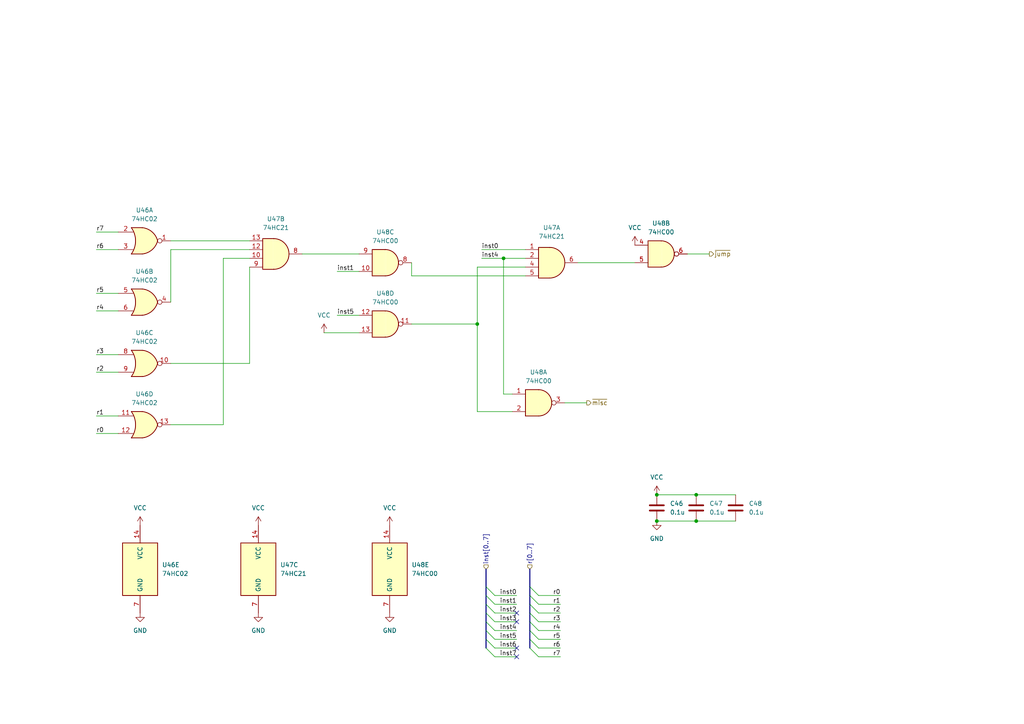
<source format=kicad_sch>
(kicad_sch (version 20211123) (generator eeschema)

  (uuid 36f5521b-390d-4d70-a521-c5bca60e9a36)

  (paper "A4")

  (lib_symbols
    (symbol "74xx:74LS00" (pin_names (offset 1.016)) (in_bom yes) (on_board yes)
      (property "Reference" "U" (id 0) (at 0 1.27 0)
        (effects (font (size 1.27 1.27)))
      )
      (property "Value" "74LS00" (id 1) (at 0 -1.27 0)
        (effects (font (size 1.27 1.27)))
      )
      (property "Footprint" "" (id 2) (at 0 0 0)
        (effects (font (size 1.27 1.27)) hide)
      )
      (property "Datasheet" "http://www.ti.com/lit/gpn/sn74ls00" (id 3) (at 0 0 0)
        (effects (font (size 1.27 1.27)) hide)
      )
      (property "ki_locked" "" (id 4) (at 0 0 0)
        (effects (font (size 1.27 1.27)))
      )
      (property "ki_keywords" "TTL nand 2-input" (id 5) (at 0 0 0)
        (effects (font (size 1.27 1.27)) hide)
      )
      (property "ki_description" "quad 2-input NAND gate" (id 6) (at 0 0 0)
        (effects (font (size 1.27 1.27)) hide)
      )
      (property "ki_fp_filters" "DIP*W7.62mm* SO14*" (id 7) (at 0 0 0)
        (effects (font (size 1.27 1.27)) hide)
      )
      (symbol "74LS00_1_1"
        (arc (start 0 -3.81) (mid 3.81 0) (end 0 3.81)
          (stroke (width 0.254) (type default) (color 0 0 0 0))
          (fill (type background))
        )
        (polyline
          (pts
            (xy 0 3.81)
            (xy -3.81 3.81)
            (xy -3.81 -3.81)
            (xy 0 -3.81)
          )
          (stroke (width 0.254) (type default) (color 0 0 0 0))
          (fill (type background))
        )
        (pin input line (at -7.62 2.54 0) (length 3.81)
          (name "~" (effects (font (size 1.27 1.27))))
          (number "1" (effects (font (size 1.27 1.27))))
        )
        (pin input line (at -7.62 -2.54 0) (length 3.81)
          (name "~" (effects (font (size 1.27 1.27))))
          (number "2" (effects (font (size 1.27 1.27))))
        )
        (pin output inverted (at 7.62 0 180) (length 3.81)
          (name "~" (effects (font (size 1.27 1.27))))
          (number "3" (effects (font (size 1.27 1.27))))
        )
      )
      (symbol "74LS00_1_2"
        (arc (start -3.81 -3.81) (mid -2.589 0) (end -3.81 3.81)
          (stroke (width 0.254) (type default) (color 0 0 0 0))
          (fill (type none))
        )
        (arc (start -0.6096 -3.81) (mid 2.1855 -2.584) (end 3.81 0)
          (stroke (width 0.254) (type default) (color 0 0 0 0))
          (fill (type background))
        )
        (polyline
          (pts
            (xy -3.81 -3.81)
            (xy -0.635 -3.81)
          )
          (stroke (width 0.254) (type default) (color 0 0 0 0))
          (fill (type background))
        )
        (polyline
          (pts
            (xy -3.81 3.81)
            (xy -0.635 3.81)
          )
          (stroke (width 0.254) (type default) (color 0 0 0 0))
          (fill (type background))
        )
        (polyline
          (pts
            (xy -0.635 3.81)
            (xy -3.81 3.81)
            (xy -3.81 3.81)
            (xy -3.556 3.4036)
            (xy -3.0226 2.2606)
            (xy -2.6924 1.0414)
            (xy -2.6162 -0.254)
            (xy -2.7686 -1.4986)
            (xy -3.175 -2.7178)
            (xy -3.81 -3.81)
            (xy -3.81 -3.81)
            (xy -0.635 -3.81)
          )
          (stroke (width -25.4) (type default) (color 0 0 0 0))
          (fill (type background))
        )
        (arc (start 3.81 0) (mid 2.1928 2.5925) (end -0.6096 3.81)
          (stroke (width 0.254) (type default) (color 0 0 0 0))
          (fill (type background))
        )
        (pin input inverted (at -7.62 2.54 0) (length 4.318)
          (name "~" (effects (font (size 1.27 1.27))))
          (number "1" (effects (font (size 1.27 1.27))))
        )
        (pin input inverted (at -7.62 -2.54 0) (length 4.318)
          (name "~" (effects (font (size 1.27 1.27))))
          (number "2" (effects (font (size 1.27 1.27))))
        )
        (pin output line (at 7.62 0 180) (length 3.81)
          (name "~" (effects (font (size 1.27 1.27))))
          (number "3" (effects (font (size 1.27 1.27))))
        )
      )
      (symbol "74LS00_2_1"
        (arc (start 0 -3.81) (mid 3.81 0) (end 0 3.81)
          (stroke (width 0.254) (type default) (color 0 0 0 0))
          (fill (type background))
        )
        (polyline
          (pts
            (xy 0 3.81)
            (xy -3.81 3.81)
            (xy -3.81 -3.81)
            (xy 0 -3.81)
          )
          (stroke (width 0.254) (type default) (color 0 0 0 0))
          (fill (type background))
        )
        (pin input line (at -7.62 2.54 0) (length 3.81)
          (name "~" (effects (font (size 1.27 1.27))))
          (number "4" (effects (font (size 1.27 1.27))))
        )
        (pin input line (at -7.62 -2.54 0) (length 3.81)
          (name "~" (effects (font (size 1.27 1.27))))
          (number "5" (effects (font (size 1.27 1.27))))
        )
        (pin output inverted (at 7.62 0 180) (length 3.81)
          (name "~" (effects (font (size 1.27 1.27))))
          (number "6" (effects (font (size 1.27 1.27))))
        )
      )
      (symbol "74LS00_2_2"
        (arc (start -3.81 -3.81) (mid -2.589 0) (end -3.81 3.81)
          (stroke (width 0.254) (type default) (color 0 0 0 0))
          (fill (type none))
        )
        (arc (start -0.6096 -3.81) (mid 2.1855 -2.584) (end 3.81 0)
          (stroke (width 0.254) (type default) (color 0 0 0 0))
          (fill (type background))
        )
        (polyline
          (pts
            (xy -3.81 -3.81)
            (xy -0.635 -3.81)
          )
          (stroke (width 0.254) (type default) (color 0 0 0 0))
          (fill (type background))
        )
        (polyline
          (pts
            (xy -3.81 3.81)
            (xy -0.635 3.81)
          )
          (stroke (width 0.254) (type default) (color 0 0 0 0))
          (fill (type background))
        )
        (polyline
          (pts
            (xy -0.635 3.81)
            (xy -3.81 3.81)
            (xy -3.81 3.81)
            (xy -3.556 3.4036)
            (xy -3.0226 2.2606)
            (xy -2.6924 1.0414)
            (xy -2.6162 -0.254)
            (xy -2.7686 -1.4986)
            (xy -3.175 -2.7178)
            (xy -3.81 -3.81)
            (xy -3.81 -3.81)
            (xy -0.635 -3.81)
          )
          (stroke (width -25.4) (type default) (color 0 0 0 0))
          (fill (type background))
        )
        (arc (start 3.81 0) (mid 2.1928 2.5925) (end -0.6096 3.81)
          (stroke (width 0.254) (type default) (color 0 0 0 0))
          (fill (type background))
        )
        (pin input inverted (at -7.62 2.54 0) (length 4.318)
          (name "~" (effects (font (size 1.27 1.27))))
          (number "4" (effects (font (size 1.27 1.27))))
        )
        (pin input inverted (at -7.62 -2.54 0) (length 4.318)
          (name "~" (effects (font (size 1.27 1.27))))
          (number "5" (effects (font (size 1.27 1.27))))
        )
        (pin output line (at 7.62 0 180) (length 3.81)
          (name "~" (effects (font (size 1.27 1.27))))
          (number "6" (effects (font (size 1.27 1.27))))
        )
      )
      (symbol "74LS00_3_1"
        (arc (start 0 -3.81) (mid 3.81 0) (end 0 3.81)
          (stroke (width 0.254) (type default) (color 0 0 0 0))
          (fill (type background))
        )
        (polyline
          (pts
            (xy 0 3.81)
            (xy -3.81 3.81)
            (xy -3.81 -3.81)
            (xy 0 -3.81)
          )
          (stroke (width 0.254) (type default) (color 0 0 0 0))
          (fill (type background))
        )
        (pin input line (at -7.62 -2.54 0) (length 3.81)
          (name "~" (effects (font (size 1.27 1.27))))
          (number "10" (effects (font (size 1.27 1.27))))
        )
        (pin output inverted (at 7.62 0 180) (length 3.81)
          (name "~" (effects (font (size 1.27 1.27))))
          (number "8" (effects (font (size 1.27 1.27))))
        )
        (pin input line (at -7.62 2.54 0) (length 3.81)
          (name "~" (effects (font (size 1.27 1.27))))
          (number "9" (effects (font (size 1.27 1.27))))
        )
      )
      (symbol "74LS00_3_2"
        (arc (start -3.81 -3.81) (mid -2.589 0) (end -3.81 3.81)
          (stroke (width 0.254) (type default) (color 0 0 0 0))
          (fill (type none))
        )
        (arc (start -0.6096 -3.81) (mid 2.1855 -2.584) (end 3.81 0)
          (stroke (width 0.254) (type default) (color 0 0 0 0))
          (fill (type background))
        )
        (polyline
          (pts
            (xy -3.81 -3.81)
            (xy -0.635 -3.81)
          )
          (stroke (width 0.254) (type default) (color 0 0 0 0))
          (fill (type background))
        )
        (polyline
          (pts
            (xy -3.81 3.81)
            (xy -0.635 3.81)
          )
          (stroke (width 0.254) (type default) (color 0 0 0 0))
          (fill (type background))
        )
        (polyline
          (pts
            (xy -0.635 3.81)
            (xy -3.81 3.81)
            (xy -3.81 3.81)
            (xy -3.556 3.4036)
            (xy -3.0226 2.2606)
            (xy -2.6924 1.0414)
            (xy -2.6162 -0.254)
            (xy -2.7686 -1.4986)
            (xy -3.175 -2.7178)
            (xy -3.81 -3.81)
            (xy -3.81 -3.81)
            (xy -0.635 -3.81)
          )
          (stroke (width -25.4) (type default) (color 0 0 0 0))
          (fill (type background))
        )
        (arc (start 3.81 0) (mid 2.1928 2.5925) (end -0.6096 3.81)
          (stroke (width 0.254) (type default) (color 0 0 0 0))
          (fill (type background))
        )
        (pin input inverted (at -7.62 -2.54 0) (length 4.318)
          (name "~" (effects (font (size 1.27 1.27))))
          (number "10" (effects (font (size 1.27 1.27))))
        )
        (pin output line (at 7.62 0 180) (length 3.81)
          (name "~" (effects (font (size 1.27 1.27))))
          (number "8" (effects (font (size 1.27 1.27))))
        )
        (pin input inverted (at -7.62 2.54 0) (length 4.318)
          (name "~" (effects (font (size 1.27 1.27))))
          (number "9" (effects (font (size 1.27 1.27))))
        )
      )
      (symbol "74LS00_4_1"
        (arc (start 0 -3.81) (mid 3.81 0) (end 0 3.81)
          (stroke (width 0.254) (type default) (color 0 0 0 0))
          (fill (type background))
        )
        (polyline
          (pts
            (xy 0 3.81)
            (xy -3.81 3.81)
            (xy -3.81 -3.81)
            (xy 0 -3.81)
          )
          (stroke (width 0.254) (type default) (color 0 0 0 0))
          (fill (type background))
        )
        (pin output inverted (at 7.62 0 180) (length 3.81)
          (name "~" (effects (font (size 1.27 1.27))))
          (number "11" (effects (font (size 1.27 1.27))))
        )
        (pin input line (at -7.62 2.54 0) (length 3.81)
          (name "~" (effects (font (size 1.27 1.27))))
          (number "12" (effects (font (size 1.27 1.27))))
        )
        (pin input line (at -7.62 -2.54 0) (length 3.81)
          (name "~" (effects (font (size 1.27 1.27))))
          (number "13" (effects (font (size 1.27 1.27))))
        )
      )
      (symbol "74LS00_4_2"
        (arc (start -3.81 -3.81) (mid -2.589 0) (end -3.81 3.81)
          (stroke (width 0.254) (type default) (color 0 0 0 0))
          (fill (type none))
        )
        (arc (start -0.6096 -3.81) (mid 2.1855 -2.584) (end 3.81 0)
          (stroke (width 0.254) (type default) (color 0 0 0 0))
          (fill (type background))
        )
        (polyline
          (pts
            (xy -3.81 -3.81)
            (xy -0.635 -3.81)
          )
          (stroke (width 0.254) (type default) (color 0 0 0 0))
          (fill (type background))
        )
        (polyline
          (pts
            (xy -3.81 3.81)
            (xy -0.635 3.81)
          )
          (stroke (width 0.254) (type default) (color 0 0 0 0))
          (fill (type background))
        )
        (polyline
          (pts
            (xy -0.635 3.81)
            (xy -3.81 3.81)
            (xy -3.81 3.81)
            (xy -3.556 3.4036)
            (xy -3.0226 2.2606)
            (xy -2.6924 1.0414)
            (xy -2.6162 -0.254)
            (xy -2.7686 -1.4986)
            (xy -3.175 -2.7178)
            (xy -3.81 -3.81)
            (xy -3.81 -3.81)
            (xy -0.635 -3.81)
          )
          (stroke (width -25.4) (type default) (color 0 0 0 0))
          (fill (type background))
        )
        (arc (start 3.81 0) (mid 2.1928 2.5925) (end -0.6096 3.81)
          (stroke (width 0.254) (type default) (color 0 0 0 0))
          (fill (type background))
        )
        (pin output line (at 7.62 0 180) (length 3.81)
          (name "~" (effects (font (size 1.27 1.27))))
          (number "11" (effects (font (size 1.27 1.27))))
        )
        (pin input inverted (at -7.62 2.54 0) (length 4.318)
          (name "~" (effects (font (size 1.27 1.27))))
          (number "12" (effects (font (size 1.27 1.27))))
        )
        (pin input inverted (at -7.62 -2.54 0) (length 4.318)
          (name "~" (effects (font (size 1.27 1.27))))
          (number "13" (effects (font (size 1.27 1.27))))
        )
      )
      (symbol "74LS00_5_0"
        (pin power_in line (at 0 12.7 270) (length 5.08)
          (name "VCC" (effects (font (size 1.27 1.27))))
          (number "14" (effects (font (size 1.27 1.27))))
        )
        (pin power_in line (at 0 -12.7 90) (length 5.08)
          (name "GND" (effects (font (size 1.27 1.27))))
          (number "7" (effects (font (size 1.27 1.27))))
        )
      )
      (symbol "74LS00_5_1"
        (rectangle (start -5.08 7.62) (end 5.08 -7.62)
          (stroke (width 0.254) (type default) (color 0 0 0 0))
          (fill (type background))
        )
      )
    )
    (symbol "74xx:74LS02" (pin_names (offset 1.016)) (in_bom yes) (on_board yes)
      (property "Reference" "U" (id 0) (at 0 1.27 0)
        (effects (font (size 1.27 1.27)))
      )
      (property "Value" "74LS02" (id 1) (at 0 -1.27 0)
        (effects (font (size 1.27 1.27)))
      )
      (property "Footprint" "" (id 2) (at 0 0 0)
        (effects (font (size 1.27 1.27)) hide)
      )
      (property "Datasheet" "http://www.ti.com/lit/gpn/sn74ls02" (id 3) (at 0 0 0)
        (effects (font (size 1.27 1.27)) hide)
      )
      (property "ki_locked" "" (id 4) (at 0 0 0)
        (effects (font (size 1.27 1.27)))
      )
      (property "ki_keywords" "TTL Nor2" (id 5) (at 0 0 0)
        (effects (font (size 1.27 1.27)) hide)
      )
      (property "ki_description" "quad 2-input NOR gate" (id 6) (at 0 0 0)
        (effects (font (size 1.27 1.27)) hide)
      )
      (property "ki_fp_filters" "SO14* DIP*W7.62mm*" (id 7) (at 0 0 0)
        (effects (font (size 1.27 1.27)) hide)
      )
      (symbol "74LS02_1_1"
        (arc (start -3.81 -3.81) (mid -2.589 0) (end -3.81 3.81)
          (stroke (width 0.254) (type default) (color 0 0 0 0))
          (fill (type none))
        )
        (arc (start -0.6096 -3.81) (mid 2.1855 -2.584) (end 3.81 0)
          (stroke (width 0.254) (type default) (color 0 0 0 0))
          (fill (type background))
        )
        (polyline
          (pts
            (xy -3.81 -3.81)
            (xy -0.635 -3.81)
          )
          (stroke (width 0.254) (type default) (color 0 0 0 0))
          (fill (type background))
        )
        (polyline
          (pts
            (xy -3.81 3.81)
            (xy -0.635 3.81)
          )
          (stroke (width 0.254) (type default) (color 0 0 0 0))
          (fill (type background))
        )
        (polyline
          (pts
            (xy -0.635 3.81)
            (xy -3.81 3.81)
            (xy -3.81 3.81)
            (xy -3.556 3.4036)
            (xy -3.0226 2.2606)
            (xy -2.6924 1.0414)
            (xy -2.6162 -0.254)
            (xy -2.7686 -1.4986)
            (xy -3.175 -2.7178)
            (xy -3.81 -3.81)
            (xy -3.81 -3.81)
            (xy -0.635 -3.81)
          )
          (stroke (width -25.4) (type default) (color 0 0 0 0))
          (fill (type background))
        )
        (arc (start 3.81 0) (mid 2.1928 2.5925) (end -0.6096 3.81)
          (stroke (width 0.254) (type default) (color 0 0 0 0))
          (fill (type background))
        )
        (pin output inverted (at 7.62 0 180) (length 3.81)
          (name "~" (effects (font (size 1.27 1.27))))
          (number "1" (effects (font (size 1.27 1.27))))
        )
        (pin input line (at -7.62 2.54 0) (length 4.318)
          (name "~" (effects (font (size 1.27 1.27))))
          (number "2" (effects (font (size 1.27 1.27))))
        )
        (pin input line (at -7.62 -2.54 0) (length 4.318)
          (name "~" (effects (font (size 1.27 1.27))))
          (number "3" (effects (font (size 1.27 1.27))))
        )
      )
      (symbol "74LS02_1_2"
        (arc (start 0 -3.81) (mid 3.81 0) (end 0 3.81)
          (stroke (width 0.254) (type default) (color 0 0 0 0))
          (fill (type background))
        )
        (polyline
          (pts
            (xy 0 3.81)
            (xy -3.81 3.81)
            (xy -3.81 -3.81)
            (xy 0 -3.81)
          )
          (stroke (width 0.254) (type default) (color 0 0 0 0))
          (fill (type background))
        )
        (pin output line (at 7.62 0 180) (length 3.81)
          (name "~" (effects (font (size 1.27 1.27))))
          (number "1" (effects (font (size 1.27 1.27))))
        )
        (pin input inverted (at -7.62 2.54 0) (length 3.81)
          (name "~" (effects (font (size 1.27 1.27))))
          (number "2" (effects (font (size 1.27 1.27))))
        )
        (pin input inverted (at -7.62 -2.54 0) (length 3.81)
          (name "~" (effects (font (size 1.27 1.27))))
          (number "3" (effects (font (size 1.27 1.27))))
        )
      )
      (symbol "74LS02_2_1"
        (arc (start -3.81 -3.81) (mid -2.589 0) (end -3.81 3.81)
          (stroke (width 0.254) (type default) (color 0 0 0 0))
          (fill (type none))
        )
        (arc (start -0.6096 -3.81) (mid 2.1855 -2.584) (end 3.81 0)
          (stroke (width 0.254) (type default) (color 0 0 0 0))
          (fill (type background))
        )
        (polyline
          (pts
            (xy -3.81 -3.81)
            (xy -0.635 -3.81)
          )
          (stroke (width 0.254) (type default) (color 0 0 0 0))
          (fill (type background))
        )
        (polyline
          (pts
            (xy -3.81 3.81)
            (xy -0.635 3.81)
          )
          (stroke (width 0.254) (type default) (color 0 0 0 0))
          (fill (type background))
        )
        (polyline
          (pts
            (xy -0.635 3.81)
            (xy -3.81 3.81)
            (xy -3.81 3.81)
            (xy -3.556 3.4036)
            (xy -3.0226 2.2606)
            (xy -2.6924 1.0414)
            (xy -2.6162 -0.254)
            (xy -2.7686 -1.4986)
            (xy -3.175 -2.7178)
            (xy -3.81 -3.81)
            (xy -3.81 -3.81)
            (xy -0.635 -3.81)
          )
          (stroke (width -25.4) (type default) (color 0 0 0 0))
          (fill (type background))
        )
        (arc (start 3.81 0) (mid 2.1928 2.5925) (end -0.6096 3.81)
          (stroke (width 0.254) (type default) (color 0 0 0 0))
          (fill (type background))
        )
        (pin output inverted (at 7.62 0 180) (length 3.81)
          (name "~" (effects (font (size 1.27 1.27))))
          (number "4" (effects (font (size 1.27 1.27))))
        )
        (pin input line (at -7.62 2.54 0) (length 4.318)
          (name "~" (effects (font (size 1.27 1.27))))
          (number "5" (effects (font (size 1.27 1.27))))
        )
        (pin input line (at -7.62 -2.54 0) (length 4.318)
          (name "~" (effects (font (size 1.27 1.27))))
          (number "6" (effects (font (size 1.27 1.27))))
        )
      )
      (symbol "74LS02_2_2"
        (arc (start 0 -3.81) (mid 3.81 0) (end 0 3.81)
          (stroke (width 0.254) (type default) (color 0 0 0 0))
          (fill (type background))
        )
        (polyline
          (pts
            (xy 0 3.81)
            (xy -3.81 3.81)
            (xy -3.81 -3.81)
            (xy 0 -3.81)
          )
          (stroke (width 0.254) (type default) (color 0 0 0 0))
          (fill (type background))
        )
        (pin output line (at 7.62 0 180) (length 3.81)
          (name "~" (effects (font (size 1.27 1.27))))
          (number "4" (effects (font (size 1.27 1.27))))
        )
        (pin input inverted (at -7.62 2.54 0) (length 3.81)
          (name "~" (effects (font (size 1.27 1.27))))
          (number "5" (effects (font (size 1.27 1.27))))
        )
        (pin input inverted (at -7.62 -2.54 0) (length 3.81)
          (name "~" (effects (font (size 1.27 1.27))))
          (number "6" (effects (font (size 1.27 1.27))))
        )
      )
      (symbol "74LS02_3_1"
        (arc (start -3.81 -3.81) (mid -2.589 0) (end -3.81 3.81)
          (stroke (width 0.254) (type default) (color 0 0 0 0))
          (fill (type none))
        )
        (arc (start -0.6096 -3.81) (mid 2.1855 -2.584) (end 3.81 0)
          (stroke (width 0.254) (type default) (color 0 0 0 0))
          (fill (type background))
        )
        (polyline
          (pts
            (xy -3.81 -3.81)
            (xy -0.635 -3.81)
          )
          (stroke (width 0.254) (type default) (color 0 0 0 0))
          (fill (type background))
        )
        (polyline
          (pts
            (xy -3.81 3.81)
            (xy -0.635 3.81)
          )
          (stroke (width 0.254) (type default) (color 0 0 0 0))
          (fill (type background))
        )
        (polyline
          (pts
            (xy -0.635 3.81)
            (xy -3.81 3.81)
            (xy -3.81 3.81)
            (xy -3.556 3.4036)
            (xy -3.0226 2.2606)
            (xy -2.6924 1.0414)
            (xy -2.6162 -0.254)
            (xy -2.7686 -1.4986)
            (xy -3.175 -2.7178)
            (xy -3.81 -3.81)
            (xy -3.81 -3.81)
            (xy -0.635 -3.81)
          )
          (stroke (width -25.4) (type default) (color 0 0 0 0))
          (fill (type background))
        )
        (arc (start 3.81 0) (mid 2.1928 2.5925) (end -0.6096 3.81)
          (stroke (width 0.254) (type default) (color 0 0 0 0))
          (fill (type background))
        )
        (pin output inverted (at 7.62 0 180) (length 3.81)
          (name "~" (effects (font (size 1.27 1.27))))
          (number "10" (effects (font (size 1.27 1.27))))
        )
        (pin input line (at -7.62 2.54 0) (length 4.318)
          (name "~" (effects (font (size 1.27 1.27))))
          (number "8" (effects (font (size 1.27 1.27))))
        )
        (pin input line (at -7.62 -2.54 0) (length 4.318)
          (name "~" (effects (font (size 1.27 1.27))))
          (number "9" (effects (font (size 1.27 1.27))))
        )
      )
      (symbol "74LS02_3_2"
        (arc (start 0 -3.81) (mid 3.81 0) (end 0 3.81)
          (stroke (width 0.254) (type default) (color 0 0 0 0))
          (fill (type background))
        )
        (polyline
          (pts
            (xy 0 3.81)
            (xy -3.81 3.81)
            (xy -3.81 -3.81)
            (xy 0 -3.81)
          )
          (stroke (width 0.254) (type default) (color 0 0 0 0))
          (fill (type background))
        )
        (pin output line (at 7.62 0 180) (length 3.81)
          (name "~" (effects (font (size 1.27 1.27))))
          (number "10" (effects (font (size 1.27 1.27))))
        )
        (pin input inverted (at -7.62 2.54 0) (length 3.81)
          (name "~" (effects (font (size 1.27 1.27))))
          (number "8" (effects (font (size 1.27 1.27))))
        )
        (pin input inverted (at -7.62 -2.54 0) (length 3.81)
          (name "~" (effects (font (size 1.27 1.27))))
          (number "9" (effects (font (size 1.27 1.27))))
        )
      )
      (symbol "74LS02_4_1"
        (arc (start -3.81 -3.81) (mid -2.589 0) (end -3.81 3.81)
          (stroke (width 0.254) (type default) (color 0 0 0 0))
          (fill (type none))
        )
        (arc (start -0.6096 -3.81) (mid 2.1855 -2.584) (end 3.81 0)
          (stroke (width 0.254) (type default) (color 0 0 0 0))
          (fill (type background))
        )
        (polyline
          (pts
            (xy -3.81 -3.81)
            (xy -0.635 -3.81)
          )
          (stroke (width 0.254) (type default) (color 0 0 0 0))
          (fill (type background))
        )
        (polyline
          (pts
            (xy -3.81 3.81)
            (xy -0.635 3.81)
          )
          (stroke (width 0.254) (type default) (color 0 0 0 0))
          (fill (type background))
        )
        (polyline
          (pts
            (xy -0.635 3.81)
            (xy -3.81 3.81)
            (xy -3.81 3.81)
            (xy -3.556 3.4036)
            (xy -3.0226 2.2606)
            (xy -2.6924 1.0414)
            (xy -2.6162 -0.254)
            (xy -2.7686 -1.4986)
            (xy -3.175 -2.7178)
            (xy -3.81 -3.81)
            (xy -3.81 -3.81)
            (xy -0.635 -3.81)
          )
          (stroke (width -25.4) (type default) (color 0 0 0 0))
          (fill (type background))
        )
        (arc (start 3.81 0) (mid 2.1928 2.5925) (end -0.6096 3.81)
          (stroke (width 0.254) (type default) (color 0 0 0 0))
          (fill (type background))
        )
        (pin input line (at -7.62 2.54 0) (length 4.318)
          (name "~" (effects (font (size 1.27 1.27))))
          (number "11" (effects (font (size 1.27 1.27))))
        )
        (pin input line (at -7.62 -2.54 0) (length 4.318)
          (name "~" (effects (font (size 1.27 1.27))))
          (number "12" (effects (font (size 1.27 1.27))))
        )
        (pin output inverted (at 7.62 0 180) (length 3.81)
          (name "~" (effects (font (size 1.27 1.27))))
          (number "13" (effects (font (size 1.27 1.27))))
        )
      )
      (symbol "74LS02_4_2"
        (arc (start 0 -3.81) (mid 3.81 0) (end 0 3.81)
          (stroke (width 0.254) (type default) (color 0 0 0 0))
          (fill (type background))
        )
        (polyline
          (pts
            (xy 0 3.81)
            (xy -3.81 3.81)
            (xy -3.81 -3.81)
            (xy 0 -3.81)
          )
          (stroke (width 0.254) (type default) (color 0 0 0 0))
          (fill (type background))
        )
        (pin input inverted (at -7.62 2.54 0) (length 3.81)
          (name "~" (effects (font (size 1.27 1.27))))
          (number "11" (effects (font (size 1.27 1.27))))
        )
        (pin input inverted (at -7.62 -2.54 0) (length 3.81)
          (name "~" (effects (font (size 1.27 1.27))))
          (number "12" (effects (font (size 1.27 1.27))))
        )
        (pin output line (at 7.62 0 180) (length 3.81)
          (name "~" (effects (font (size 1.27 1.27))))
          (number "13" (effects (font (size 1.27 1.27))))
        )
      )
      (symbol "74LS02_5_0"
        (pin power_in line (at 0 12.7 270) (length 5.08)
          (name "VCC" (effects (font (size 1.27 1.27))))
          (number "14" (effects (font (size 1.27 1.27))))
        )
        (pin power_in line (at 0 -12.7 90) (length 5.08)
          (name "GND" (effects (font (size 1.27 1.27))))
          (number "7" (effects (font (size 1.27 1.27))))
        )
      )
      (symbol "74LS02_5_1"
        (rectangle (start -5.08 7.62) (end 5.08 -7.62)
          (stroke (width 0.254) (type default) (color 0 0 0 0))
          (fill (type background))
        )
      )
    )
    (symbol "74xx:74LS21" (pin_names (offset 1.016)) (in_bom yes) (on_board yes)
      (property "Reference" "U" (id 0) (at 0 1.27 0)
        (effects (font (size 1.27 1.27)))
      )
      (property "Value" "74LS21" (id 1) (at 0 -1.27 0)
        (effects (font (size 1.27 1.27)))
      )
      (property "Footprint" "" (id 2) (at 0 0 0)
        (effects (font (size 1.27 1.27)) hide)
      )
      (property "Datasheet" "http://www.ti.com/lit/gpn/sn74LS21" (id 3) (at 0 0 0)
        (effects (font (size 1.27 1.27)) hide)
      )
      (property "ki_locked" "" (id 4) (at 0 0 0)
        (effects (font (size 1.27 1.27)))
      )
      (property "ki_keywords" "TTL And4" (id 5) (at 0 0 0)
        (effects (font (size 1.27 1.27)) hide)
      )
      (property "ki_description" "Dual 4-input AND" (id 6) (at 0 0 0)
        (effects (font (size 1.27 1.27)) hide)
      )
      (property "ki_fp_filters" "DIP?12*" (id 7) (at 0 0 0)
        (effects (font (size 1.27 1.27)) hide)
      )
      (symbol "74LS21_1_1"
        (arc (start -0.635 -4.445) (mid 3.81 0) (end -0.635 4.445)
          (stroke (width 0.254) (type default) (color 0 0 0 0))
          (fill (type background))
        )
        (polyline
          (pts
            (xy -0.635 4.445)
            (xy -3.81 4.445)
            (xy -3.81 -4.445)
            (xy -0.635 -4.445)
          )
          (stroke (width 0.254) (type default) (color 0 0 0 0))
          (fill (type background))
        )
        (pin input line (at -7.62 3.81 0) (length 3.81)
          (name "~" (effects (font (size 1.27 1.27))))
          (number "1" (effects (font (size 1.27 1.27))))
        )
        (pin input line (at -7.62 1.27 0) (length 3.81)
          (name "~" (effects (font (size 1.27 1.27))))
          (number "2" (effects (font (size 1.27 1.27))))
        )
        (pin input line (at -7.62 -1.27 0) (length 3.81)
          (name "~" (effects (font (size 1.27 1.27))))
          (number "4" (effects (font (size 1.27 1.27))))
        )
        (pin input line (at -7.62 -3.81 0) (length 3.81)
          (name "~" (effects (font (size 1.27 1.27))))
          (number "5" (effects (font (size 1.27 1.27))))
        )
        (pin output line (at 7.62 0 180) (length 3.81)
          (name "~" (effects (font (size 1.27 1.27))))
          (number "6" (effects (font (size 1.27 1.27))))
        )
      )
      (symbol "74LS21_1_2"
        (arc (start -3.81 -4.445) (mid -2.5908 0) (end -3.81 4.445)
          (stroke (width 0.254) (type default) (color 0 0 0 0))
          (fill (type none))
        )
        (arc (start -0.6096 -4.445) (mid 2.224 -2.8428) (end 3.81 0)
          (stroke (width 0.254) (type default) (color 0 0 0 0))
          (fill (type background))
        )
        (polyline
          (pts
            (xy -3.81 -4.445)
            (xy -0.635 -4.445)
          )
          (stroke (width 0.254) (type default) (color 0 0 0 0))
          (fill (type background))
        )
        (polyline
          (pts
            (xy -3.81 4.445)
            (xy -0.635 4.445)
          )
          (stroke (width 0.254) (type default) (color 0 0 0 0))
          (fill (type background))
        )
        (polyline
          (pts
            (xy -0.635 4.445)
            (xy -3.81 4.445)
            (xy -3.81 4.445)
            (xy -3.6322 4.0894)
            (xy -3.0988 2.921)
            (xy -2.7686 1.6764)
            (xy -2.6162 0.4318)
            (xy -2.6416 -0.8636)
            (xy -2.8702 -2.1082)
            (xy -3.2512 -3.3274)
            (xy -3.81 -4.445)
            (xy -3.81 -4.445)
            (xy -0.635 -4.445)
          )
          (stroke (width -25.4) (type default) (color 0 0 0 0))
          (fill (type background))
        )
        (arc (start 3.81 0) (mid 2.2198 2.8385) (end -0.6096 4.445)
          (stroke (width 0.254) (type default) (color 0 0 0 0))
          (fill (type background))
        )
        (pin input inverted (at -7.62 3.81 0) (length 3.81)
          (name "~" (effects (font (size 1.27 1.27))))
          (number "1" (effects (font (size 1.27 1.27))))
        )
        (pin input inverted (at -7.62 1.27 0) (length 4.826)
          (name "~" (effects (font (size 1.27 1.27))))
          (number "2" (effects (font (size 1.27 1.27))))
        )
        (pin input inverted (at -7.62 -1.27 0) (length 4.826)
          (name "~" (effects (font (size 1.27 1.27))))
          (number "4" (effects (font (size 1.27 1.27))))
        )
        (pin input inverted (at -7.62 -3.81 0) (length 3.81)
          (name "~" (effects (font (size 1.27 1.27))))
          (number "5" (effects (font (size 1.27 1.27))))
        )
        (pin output inverted (at 7.62 0 180) (length 3.81)
          (name "~" (effects (font (size 1.27 1.27))))
          (number "6" (effects (font (size 1.27 1.27))))
        )
      )
      (symbol "74LS21_2_1"
        (arc (start -0.635 -4.445) (mid 3.81 0) (end -0.635 4.445)
          (stroke (width 0.254) (type default) (color 0 0 0 0))
          (fill (type background))
        )
        (polyline
          (pts
            (xy -0.635 4.445)
            (xy -3.81 4.445)
            (xy -3.81 -4.445)
            (xy -0.635 -4.445)
          )
          (stroke (width 0.254) (type default) (color 0 0 0 0))
          (fill (type background))
        )
        (pin input line (at -7.62 1.27 0) (length 3.81)
          (name "~" (effects (font (size 1.27 1.27))))
          (number "10" (effects (font (size 1.27 1.27))))
        )
        (pin input line (at -7.62 -1.27 0) (length 3.81)
          (name "~" (effects (font (size 1.27 1.27))))
          (number "12" (effects (font (size 1.27 1.27))))
        )
        (pin input line (at -7.62 -3.81 0) (length 3.81)
          (name "~" (effects (font (size 1.27 1.27))))
          (number "13" (effects (font (size 1.27 1.27))))
        )
        (pin output line (at 7.62 0 180) (length 3.81)
          (name "~" (effects (font (size 1.27 1.27))))
          (number "8" (effects (font (size 1.27 1.27))))
        )
        (pin input line (at -7.62 3.81 0) (length 3.81)
          (name "~" (effects (font (size 1.27 1.27))))
          (number "9" (effects (font (size 1.27 1.27))))
        )
      )
      (symbol "74LS21_2_2"
        (arc (start -3.81 -4.445) (mid -2.5908 0) (end -3.81 4.445)
          (stroke (width 0.254) (type default) (color 0 0 0 0))
          (fill (type none))
        )
        (arc (start -0.6096 -4.445) (mid 2.224 -2.8428) (end 3.81 0)
          (stroke (width 0.254) (type default) (color 0 0 0 0))
          (fill (type background))
        )
        (polyline
          (pts
            (xy -3.81 -4.445)
            (xy -0.635 -4.445)
          )
          (stroke (width 0.254) (type default) (color 0 0 0 0))
          (fill (type background))
        )
        (polyline
          (pts
            (xy -3.81 4.445)
            (xy -0.635 4.445)
          )
          (stroke (width 0.254) (type default) (color 0 0 0 0))
          (fill (type background))
        )
        (polyline
          (pts
            (xy -0.635 4.445)
            (xy -3.81 4.445)
            (xy -3.81 4.445)
            (xy -3.6322 4.0894)
            (xy -3.0988 2.921)
            (xy -2.7686 1.6764)
            (xy -2.6162 0.4318)
            (xy -2.6416 -0.8636)
            (xy -2.8702 -2.1082)
            (xy -3.2512 -3.3274)
            (xy -3.81 -4.445)
            (xy -3.81 -4.445)
            (xy -0.635 -4.445)
          )
          (stroke (width -25.4) (type default) (color 0 0 0 0))
          (fill (type background))
        )
        (arc (start 3.81 0) (mid 2.2198 2.8385) (end -0.6096 4.445)
          (stroke (width 0.254) (type default) (color 0 0 0 0))
          (fill (type background))
        )
        (pin input inverted (at -7.62 1.27 0) (length 4.826)
          (name "~" (effects (font (size 1.27 1.27))))
          (number "10" (effects (font (size 1.27 1.27))))
        )
        (pin input inverted (at -7.62 -1.27 0) (length 4.826)
          (name "~" (effects (font (size 1.27 1.27))))
          (number "12" (effects (font (size 1.27 1.27))))
        )
        (pin input inverted (at -7.62 -3.81 0) (length 3.81)
          (name "~" (effects (font (size 1.27 1.27))))
          (number "13" (effects (font (size 1.27 1.27))))
        )
        (pin output inverted (at 7.62 0 180) (length 3.81)
          (name "~" (effects (font (size 1.27 1.27))))
          (number "8" (effects (font (size 1.27 1.27))))
        )
        (pin input inverted (at -7.62 3.81 0) (length 3.81)
          (name "~" (effects (font (size 1.27 1.27))))
          (number "9" (effects (font (size 1.27 1.27))))
        )
      )
      (symbol "74LS21_3_0"
        (pin power_in line (at 0 12.7 270) (length 5.08)
          (name "VCC" (effects (font (size 1.27 1.27))))
          (number "14" (effects (font (size 1.27 1.27))))
        )
        (pin power_in line (at 0 -12.7 90) (length 5.08)
          (name "GND" (effects (font (size 1.27 1.27))))
          (number "7" (effects (font (size 1.27 1.27))))
        )
      )
      (symbol "74LS21_3_1"
        (rectangle (start -5.08 7.62) (end 5.08 -7.62)
          (stroke (width 0.254) (type default) (color 0 0 0 0))
          (fill (type background))
        )
      )
    )
    (symbol "Device:C" (pin_numbers hide) (pin_names (offset 0.254)) (in_bom yes) (on_board yes)
      (property "Reference" "C" (id 0) (at 0.635 2.54 0)
        (effects (font (size 1.27 1.27)) (justify left))
      )
      (property "Value" "C" (id 1) (at 0.635 -2.54 0)
        (effects (font (size 1.27 1.27)) (justify left))
      )
      (property "Footprint" "" (id 2) (at 0.9652 -3.81 0)
        (effects (font (size 1.27 1.27)) hide)
      )
      (property "Datasheet" "~" (id 3) (at 0 0 0)
        (effects (font (size 1.27 1.27)) hide)
      )
      (property "ki_keywords" "cap capacitor" (id 4) (at 0 0 0)
        (effects (font (size 1.27 1.27)) hide)
      )
      (property "ki_description" "Unpolarized capacitor" (id 5) (at 0 0 0)
        (effects (font (size 1.27 1.27)) hide)
      )
      (property "ki_fp_filters" "C_*" (id 6) (at 0 0 0)
        (effects (font (size 1.27 1.27)) hide)
      )
      (symbol "C_0_1"
        (polyline
          (pts
            (xy -2.032 -0.762)
            (xy 2.032 -0.762)
          )
          (stroke (width 0.508) (type default) (color 0 0 0 0))
          (fill (type none))
        )
        (polyline
          (pts
            (xy -2.032 0.762)
            (xy 2.032 0.762)
          )
          (stroke (width 0.508) (type default) (color 0 0 0 0))
          (fill (type none))
        )
      )
      (symbol "C_1_1"
        (pin passive line (at 0 3.81 270) (length 2.794)
          (name "~" (effects (font (size 1.27 1.27))))
          (number "1" (effects (font (size 1.27 1.27))))
        )
        (pin passive line (at 0 -3.81 90) (length 2.794)
          (name "~" (effects (font (size 1.27 1.27))))
          (number "2" (effects (font (size 1.27 1.27))))
        )
      )
    )
    (symbol "power:GND" (power) (pin_names (offset 0)) (in_bom yes) (on_board yes)
      (property "Reference" "#PWR" (id 0) (at 0 -6.35 0)
        (effects (font (size 1.27 1.27)) hide)
      )
      (property "Value" "GND" (id 1) (at 0 -3.81 0)
        (effects (font (size 1.27 1.27)))
      )
      (property "Footprint" "" (id 2) (at 0 0 0)
        (effects (font (size 1.27 1.27)) hide)
      )
      (property "Datasheet" "" (id 3) (at 0 0 0)
        (effects (font (size 1.27 1.27)) hide)
      )
      (property "ki_keywords" "power-flag" (id 4) (at 0 0 0)
        (effects (font (size 1.27 1.27)) hide)
      )
      (property "ki_description" "Power symbol creates a global label with name \"GND\" , ground" (id 5) (at 0 0 0)
        (effects (font (size 1.27 1.27)) hide)
      )
      (symbol "GND_0_1"
        (polyline
          (pts
            (xy 0 0)
            (xy 0 -1.27)
            (xy 1.27 -1.27)
            (xy 0 -2.54)
            (xy -1.27 -1.27)
            (xy 0 -1.27)
          )
          (stroke (width 0) (type default) (color 0 0 0 0))
          (fill (type none))
        )
      )
      (symbol "GND_1_1"
        (pin power_in line (at 0 0 270) (length 0) hide
          (name "GND" (effects (font (size 1.27 1.27))))
          (number "1" (effects (font (size 1.27 1.27))))
        )
      )
    )
    (symbol "power:VCC" (power) (pin_names (offset 0)) (in_bom yes) (on_board yes)
      (property "Reference" "#PWR" (id 0) (at 0 -3.81 0)
        (effects (font (size 1.27 1.27)) hide)
      )
      (property "Value" "VCC" (id 1) (at 0 3.81 0)
        (effects (font (size 1.27 1.27)))
      )
      (property "Footprint" "" (id 2) (at 0 0 0)
        (effects (font (size 1.27 1.27)) hide)
      )
      (property "Datasheet" "" (id 3) (at 0 0 0)
        (effects (font (size 1.27 1.27)) hide)
      )
      (property "ki_keywords" "power-flag" (id 4) (at 0 0 0)
        (effects (font (size 1.27 1.27)) hide)
      )
      (property "ki_description" "Power symbol creates a global label with name \"VCC\"" (id 5) (at 0 0 0)
        (effects (font (size 1.27 1.27)) hide)
      )
      (symbol "VCC_0_1"
        (polyline
          (pts
            (xy -0.762 1.27)
            (xy 0 2.54)
          )
          (stroke (width 0) (type default) (color 0 0 0 0))
          (fill (type none))
        )
        (polyline
          (pts
            (xy 0 0)
            (xy 0 2.54)
          )
          (stroke (width 0) (type default) (color 0 0 0 0))
          (fill (type none))
        )
        (polyline
          (pts
            (xy 0 2.54)
            (xy 0.762 1.27)
          )
          (stroke (width 0) (type default) (color 0 0 0 0))
          (fill (type none))
        )
      )
      (symbol "VCC_1_1"
        (pin power_in line (at 0 0 90) (length 0) hide
          (name "VCC" (effects (font (size 1.27 1.27))))
          (number "1" (effects (font (size 1.27 1.27))))
        )
      )
    )
  )

  (junction (at 138.43 93.98) (diameter 0) (color 0 0 0 0)
    (uuid 3aa2ef81-7bd0-4982-8cb5-0dacb29f03aa)
  )
  (junction (at 201.93 151.13) (diameter 0) (color 0 0 0 0)
    (uuid 55a7e47c-d84f-4de9-bde0-7602a36e544b)
  )
  (junction (at 146.05 74.93) (diameter 0) (color 0 0 0 0)
    (uuid 56f5d9e0-b14a-4d4d-91a3-7abff7ca9a6e)
  )
  (junction (at 201.93 143.51) (diameter 0) (color 0 0 0 0)
    (uuid 5ff4dc5c-7a77-4553-8394-92b2b2cf09dc)
  )
  (junction (at 190.5 151.13) (diameter 0) (color 0 0 0 0)
    (uuid d4093008-5f9a-4e5c-bbe8-ba9c157fa9cf)
  )
  (junction (at 190.5 143.51) (diameter 0) (color 0 0 0 0)
    (uuid fff22812-dbdb-4ce0-9766-e6b533b95af2)
  )

  (no_connect (at 149.86 177.8) (uuid da75ee11-1747-4013-b95e-96cb8f6cf849))
  (no_connect (at 149.86 180.34) (uuid da75ee11-1747-4013-b95e-96cb8f6cf84a))
  (no_connect (at 149.86 187.96) (uuid da75ee11-1747-4013-b95e-96cb8f6cf84b))
  (no_connect (at 149.86 190.5) (uuid da75ee11-1747-4013-b95e-96cb8f6cf84c))

  (bus_entry (at 153.67 187.96) (size 2.54 2.54)
    (stroke (width 0) (type default) (color 0 0 0 0))
    (uuid 123a9ab8-a843-424c-bc79-b6e6e12e05fa)
  )
  (bus_entry (at 153.67 182.88) (size 2.54 2.54)
    (stroke (width 0) (type default) (color 0 0 0 0))
    (uuid 3b3e2b80-3689-4342-aeee-7d0d1101c2e2)
  )
  (bus_entry (at 140.97 185.42) (size 2.54 2.54)
    (stroke (width 0) (type default) (color 0 0 0 0))
    (uuid 475ecc1f-b423-425e-9688-bdc24e0fa922)
  )
  (bus_entry (at 140.97 172.72) (size 2.54 2.54)
    (stroke (width 0) (type default) (color 0 0 0 0))
    (uuid 5623edfa-01d8-4567-ba77-f6d21853ce8e)
  )
  (bus_entry (at 140.97 182.88) (size 2.54 2.54)
    (stroke (width 0) (type default) (color 0 0 0 0))
    (uuid 5bd74ba9-beb1-4bec-9a86-4ba06e36f0c7)
  )
  (bus_entry (at 153.67 170.18) (size 2.54 2.54)
    (stroke (width 0) (type default) (color 0 0 0 0))
    (uuid 7bb459aa-5733-4ad6-9cfb-ee4dd37f6754)
  )
  (bus_entry (at 140.97 180.34) (size 2.54 2.54)
    (stroke (width 0) (type default) (color 0 0 0 0))
    (uuid 872d284e-ec57-4c57-8542-fc52316f3328)
  )
  (bus_entry (at 153.67 177.8) (size 2.54 2.54)
    (stroke (width 0) (type default) (color 0 0 0 0))
    (uuid 9d3dc14c-932d-4916-9fb1-3f63f3f4b209)
  )
  (bus_entry (at 153.67 175.26) (size 2.54 2.54)
    (stroke (width 0) (type default) (color 0 0 0 0))
    (uuid aa98deb7-1841-4073-96c8-66bc47b49d20)
  )
  (bus_entry (at 140.97 170.18) (size 2.54 2.54)
    (stroke (width 0) (type default) (color 0 0 0 0))
    (uuid d23a344b-b8d5-48d6-9b19-c6dc74ae318a)
  )
  (bus_entry (at 140.97 175.26) (size 2.54 2.54)
    (stroke (width 0) (type default) (color 0 0 0 0))
    (uuid d391abf9-2915-410f-8a08-eb33a19f2e51)
  )
  (bus_entry (at 153.67 172.72) (size 2.54 2.54)
    (stroke (width 0) (type default) (color 0 0 0 0))
    (uuid dfa5bcde-21fc-4276-81f0-ed79ae755ceb)
  )
  (bus_entry (at 140.97 187.96) (size 2.54 2.54)
    (stroke (width 0) (type default) (color 0 0 0 0))
    (uuid eefc7076-0f7a-4f62-92ba-be156482349d)
  )
  (bus_entry (at 140.97 177.8) (size 2.54 2.54)
    (stroke (width 0) (type default) (color 0 0 0 0))
    (uuid f13e75ec-37b1-4958-ad65-ad464f4383c0)
  )
  (bus_entry (at 153.67 185.42) (size 2.54 2.54)
    (stroke (width 0) (type default) (color 0 0 0 0))
    (uuid f36396a0-6fa7-48c9-a207-fe9b31e861de)
  )
  (bus_entry (at 153.67 180.34) (size 2.54 2.54)
    (stroke (width 0) (type default) (color 0 0 0 0))
    (uuid f5c7ef5d-d822-4c3b-933c-ca19315ef075)
  )

  (wire (pts (xy 143.51 190.5) (xy 149.86 190.5))
    (stroke (width 0) (type default) (color 0 0 0 0))
    (uuid 062b0546-9e7b-453b-8eff-2db9dc3be44e)
  )
  (bus (pts (xy 140.97 172.72) (xy 140.97 175.26))
    (stroke (width 0) (type default) (color 0 0 0 0))
    (uuid 09d3c87f-62b2-4249-9f43-c02948da9548)
  )

  (wire (pts (xy 119.38 76.2) (xy 119.38 80.01))
    (stroke (width 0) (type default) (color 0 0 0 0))
    (uuid 124ef29d-ef3f-4fd1-83a3-dab1bae394c9)
  )
  (wire (pts (xy 49.53 72.39) (xy 72.39 72.39))
    (stroke (width 0) (type default) (color 0 0 0 0))
    (uuid 1afd26d7-48fa-41cc-af95-d8d04738eb12)
  )
  (bus (pts (xy 140.97 165.1) (xy 140.97 170.18))
    (stroke (width 0) (type default) (color 0 0 0 0))
    (uuid 1fdf317d-c8fe-4a66-a71c-a7c35361f1f1)
  )
  (bus (pts (xy 140.97 185.42) (xy 140.97 187.96))
    (stroke (width 0) (type default) (color 0 0 0 0))
    (uuid 21830c9c-7479-4371-875a-77662831624b)
  )
  (bus (pts (xy 153.67 177.8) (xy 153.67 180.34))
    (stroke (width 0) (type default) (color 0 0 0 0))
    (uuid 24d696c9-639e-4669-919e-d3394277512e)
  )

  (wire (pts (xy 190.5 151.13) (xy 201.93 151.13))
    (stroke (width 0) (type default) (color 0 0 0 0))
    (uuid 2525bc2d-aaa6-413a-a8f4-217574f03373)
  )
  (bus (pts (xy 140.97 170.18) (xy 140.97 172.72))
    (stroke (width 0) (type default) (color 0 0 0 0))
    (uuid 25cdf758-ae6b-4815-aaa7-fa414d317a0f)
  )

  (wire (pts (xy 156.21 187.96) (xy 162.56 187.96))
    (stroke (width 0) (type default) (color 0 0 0 0))
    (uuid 264d6082-9d4a-4168-addc-fc27cd167417)
  )
  (bus (pts (xy 140.97 175.26) (xy 140.97 177.8))
    (stroke (width 0) (type default) (color 0 0 0 0))
    (uuid 28e6eb90-f1d2-46e7-ab6d-a5ad9f8b74fc)
  )

  (wire (pts (xy 156.21 182.88) (xy 162.56 182.88))
    (stroke (width 0) (type default) (color 0 0 0 0))
    (uuid 29629395-d4aa-47c5-bfb9-52bf914a259d)
  )
  (wire (pts (xy 87.63 73.66) (xy 104.14 73.66))
    (stroke (width 0) (type default) (color 0 0 0 0))
    (uuid 2f333cdd-888b-4e10-aa9d-5e99ba04bb5c)
  )
  (wire (pts (xy 27.94 107.95) (xy 34.29 107.95))
    (stroke (width 0) (type default) (color 0 0 0 0))
    (uuid 32027619-33ed-4561-8ed3-9d6df4687de3)
  )
  (wire (pts (xy 119.38 80.01) (xy 152.4 80.01))
    (stroke (width 0) (type default) (color 0 0 0 0))
    (uuid 366cba46-aa2b-486f-97e8-2f1684fad353)
  )
  (wire (pts (xy 201.93 151.13) (xy 213.36 151.13))
    (stroke (width 0) (type default) (color 0 0 0 0))
    (uuid 3e507b23-cb34-4308-b066-da2510710c7b)
  )
  (wire (pts (xy 143.51 177.8) (xy 149.86 177.8))
    (stroke (width 0) (type default) (color 0 0 0 0))
    (uuid 423393fa-24cb-4882-a935-62910d330071)
  )
  (wire (pts (xy 146.05 114.3) (xy 148.59 114.3))
    (stroke (width 0) (type default) (color 0 0 0 0))
    (uuid 43352e55-05ee-4c2a-a248-d7e2382f190e)
  )
  (wire (pts (xy 156.21 172.72) (xy 162.56 172.72))
    (stroke (width 0) (type default) (color 0 0 0 0))
    (uuid 4381f186-dd68-4517-a27d-f90259843ad4)
  )
  (wire (pts (xy 139.7 74.93) (xy 146.05 74.93))
    (stroke (width 0) (type default) (color 0 0 0 0))
    (uuid 479156c6-a043-43a2-b634-453c903c70cb)
  )
  (wire (pts (xy 97.79 78.74) (xy 104.14 78.74))
    (stroke (width 0) (type default) (color 0 0 0 0))
    (uuid 4ea68e5d-d159-4045-af72-ea5f8c36edcd)
  )
  (wire (pts (xy 72.39 105.41) (xy 49.53 105.41))
    (stroke (width 0) (type default) (color 0 0 0 0))
    (uuid 5bb22f14-789d-427d-a1c6-62fda67ab8ac)
  )
  (wire (pts (xy 27.94 67.31) (xy 34.29 67.31))
    (stroke (width 0) (type default) (color 0 0 0 0))
    (uuid 5bd27893-cc6a-4a3a-a4f4-11ff519e9f6b)
  )
  (wire (pts (xy 27.94 102.87) (xy 34.29 102.87))
    (stroke (width 0) (type default) (color 0 0 0 0))
    (uuid 5df43ab8-bfe4-4a98-a01b-470214af04f6)
  )
  (bus (pts (xy 153.67 182.88) (xy 153.67 185.42))
    (stroke (width 0) (type default) (color 0 0 0 0))
    (uuid 5e29813c-907d-4d99-9c71-1a8818a76dc5)
  )

  (wire (pts (xy 139.7 72.39) (xy 152.4 72.39))
    (stroke (width 0) (type default) (color 0 0 0 0))
    (uuid 60567131-21b4-4ae8-8c4f-5a4a56b4695a)
  )
  (bus (pts (xy 153.67 180.34) (xy 153.67 182.88))
    (stroke (width 0) (type default) (color 0 0 0 0))
    (uuid 61d051c2-574b-46d0-ae11-6e822f41b1fe)
  )

  (wire (pts (xy 27.94 125.73) (xy 34.29 125.73))
    (stroke (width 0) (type default) (color 0 0 0 0))
    (uuid 63042387-280e-48c3-8320-c1ad5600c151)
  )
  (wire (pts (xy 138.43 93.98) (xy 138.43 77.47))
    (stroke (width 0) (type default) (color 0 0 0 0))
    (uuid 6706c05f-8ee0-452f-9d8f-fe88882e3af3)
  )
  (wire (pts (xy 152.4 74.93) (xy 146.05 74.93))
    (stroke (width 0) (type default) (color 0 0 0 0))
    (uuid 6fcecb03-b91c-48da-bc65-20e162a6e727)
  )
  (wire (pts (xy 143.51 180.34) (xy 149.86 180.34))
    (stroke (width 0) (type default) (color 0 0 0 0))
    (uuid 709ea126-078c-4b75-a1ff-c519d83a9c1e)
  )
  (bus (pts (xy 153.67 165.1) (xy 153.67 170.18))
    (stroke (width 0) (type default) (color 0 0 0 0))
    (uuid 771f344e-e3ec-495e-9975-df3a082098d0)
  )

  (wire (pts (xy 72.39 74.93) (xy 64.77 74.93))
    (stroke (width 0) (type default) (color 0 0 0 0))
    (uuid 7c17ef8e-add9-4023-a587-0a2d25cab1b0)
  )
  (wire (pts (xy 72.39 77.47) (xy 72.39 105.41))
    (stroke (width 0) (type default) (color 0 0 0 0))
    (uuid 7d542ef3-6e4b-4a90-9c04-1981e71edd46)
  )
  (bus (pts (xy 153.67 172.72) (xy 153.67 175.26))
    (stroke (width 0) (type default) (color 0 0 0 0))
    (uuid 835d7a6a-2b9b-4564-8e93-159811d2366f)
  )

  (wire (pts (xy 97.79 91.44) (xy 104.14 91.44))
    (stroke (width 0) (type default) (color 0 0 0 0))
    (uuid 85b55329-0faa-4580-8f02-2830671eecd1)
  )
  (wire (pts (xy 146.05 74.93) (xy 146.05 114.3))
    (stroke (width 0) (type default) (color 0 0 0 0))
    (uuid 8775582e-dd68-46bc-85d7-fc02ad5a7620)
  )
  (wire (pts (xy 64.77 123.19) (xy 49.53 123.19))
    (stroke (width 0) (type default) (color 0 0 0 0))
    (uuid 88717e81-bd25-4725-850e-a01b9d2addb3)
  )
  (wire (pts (xy 156.21 190.5) (xy 162.56 190.5))
    (stroke (width 0) (type default) (color 0 0 0 0))
    (uuid 8fbf5577-9547-4350-98b8-2dff4ebfeea0)
  )
  (wire (pts (xy 143.51 175.26) (xy 149.86 175.26))
    (stroke (width 0) (type default) (color 0 0 0 0))
    (uuid 92d54568-8a86-4690-9abd-95cefb29305a)
  )
  (wire (pts (xy 93.98 96.52) (xy 104.14 96.52))
    (stroke (width 0) (type default) (color 0 0 0 0))
    (uuid 971442b2-c15d-4159-ae56-fd9b95acb4dc)
  )
  (wire (pts (xy 49.53 87.63) (xy 49.53 72.39))
    (stroke (width 0) (type default) (color 0 0 0 0))
    (uuid 99bbf12e-2a8c-44cc-8ea5-92a8d0390614)
  )
  (wire (pts (xy 138.43 93.98) (xy 138.43 119.38))
    (stroke (width 0) (type default) (color 0 0 0 0))
    (uuid a26a3ed3-1fc6-4cff-a9a5-2e32ca65f75b)
  )
  (wire (pts (xy 143.51 182.88) (xy 149.86 182.88))
    (stroke (width 0) (type default) (color 0 0 0 0))
    (uuid a392ea66-ce53-466b-ba27-16ea7aa74bf2)
  )
  (wire (pts (xy 156.21 180.34) (xy 162.56 180.34))
    (stroke (width 0) (type default) (color 0 0 0 0))
    (uuid aba4807c-462f-4b14-8a0c-702b51d6025f)
  )
  (wire (pts (xy 138.43 77.47) (xy 152.4 77.47))
    (stroke (width 0) (type default) (color 0 0 0 0))
    (uuid af5af3d8-4f23-4c73-a79f-131e8f3bf739)
  )
  (bus (pts (xy 153.67 185.42) (xy 153.67 187.96))
    (stroke (width 0) (type default) (color 0 0 0 0))
    (uuid b0c0666f-3048-4951-8223-da5a04296c6f)
  )
  (bus (pts (xy 140.97 182.88) (xy 140.97 185.42))
    (stroke (width 0) (type default) (color 0 0 0 0))
    (uuid b0c381fb-e9d1-43f9-a91e-d50276be59c4)
  )

  (wire (pts (xy 156.21 175.26) (xy 162.56 175.26))
    (stroke (width 0) (type default) (color 0 0 0 0))
    (uuid b5279f28-1761-4f46-88f0-f81f050619e3)
  )
  (wire (pts (xy 167.64 76.2) (xy 184.15 76.2))
    (stroke (width 0) (type default) (color 0 0 0 0))
    (uuid b847362b-1340-41d7-bf6a-a91331a534c6)
  )
  (wire (pts (xy 163.83 116.84) (xy 170.18 116.84))
    (stroke (width 0) (type default) (color 0 0 0 0))
    (uuid bdf20b4e-dc61-42f9-a9ec-57ab4ccdda68)
  )
  (wire (pts (xy 143.51 185.42) (xy 149.86 185.42))
    (stroke (width 0) (type default) (color 0 0 0 0))
    (uuid c225c1be-2313-4313-9cf4-6f410e36d884)
  )
  (bus (pts (xy 153.67 175.26) (xy 153.67 177.8))
    (stroke (width 0) (type default) (color 0 0 0 0))
    (uuid c32747c9-d964-46da-aaf9-9554ee739315)
  )

  (wire (pts (xy 156.21 185.42) (xy 162.56 185.42))
    (stroke (width 0) (type default) (color 0 0 0 0))
    (uuid cd45922b-0fc5-4412-98a1-a4e4ed1efd0e)
  )
  (wire (pts (xy 27.94 72.39) (xy 34.29 72.39))
    (stroke (width 0) (type default) (color 0 0 0 0))
    (uuid d28c5d69-1d91-47a7-847e-df8013fb5867)
  )
  (wire (pts (xy 143.51 187.96) (xy 149.86 187.96))
    (stroke (width 0) (type default) (color 0 0 0 0))
    (uuid d519e4c6-b57d-4e29-b985-2cfe8f3a3093)
  )
  (wire (pts (xy 27.94 120.65) (xy 34.29 120.65))
    (stroke (width 0) (type default) (color 0 0 0 0))
    (uuid d9052fc4-0dc5-4426-bb78-1f24ae9b81d9)
  )
  (wire (pts (xy 119.38 93.98) (xy 138.43 93.98))
    (stroke (width 0) (type default) (color 0 0 0 0))
    (uuid d97753d2-2591-49b0-8250-c19346685054)
  )
  (wire (pts (xy 156.21 177.8) (xy 162.56 177.8))
    (stroke (width 0) (type default) (color 0 0 0 0))
    (uuid d9b1ae13-4332-459e-a23f-ae4a04c6d03f)
  )
  (bus (pts (xy 140.97 180.34) (xy 140.97 182.88))
    (stroke (width 0) (type default) (color 0 0 0 0))
    (uuid de2eaa82-d386-43c3-8831-d0e1fcf7918c)
  )

  (wire (pts (xy 27.94 90.17) (xy 34.29 90.17))
    (stroke (width 0) (type default) (color 0 0 0 0))
    (uuid de62cc49-4edb-4522-b9d8-43687ac0608c)
  )
  (wire (pts (xy 138.43 119.38) (xy 148.59 119.38))
    (stroke (width 0) (type default) (color 0 0 0 0))
    (uuid df90e132-f6b7-4f69-8361-060d3003bd0a)
  )
  (wire (pts (xy 201.93 143.51) (xy 213.36 143.51))
    (stroke (width 0) (type default) (color 0 0 0 0))
    (uuid e5eadf33-bea3-4673-907d-dc338f115af7)
  )
  (wire (pts (xy 199.39 73.66) (xy 205.74 73.66))
    (stroke (width 0) (type default) (color 0 0 0 0))
    (uuid e9dfcc84-c78b-4ae5-a92a-9b4d17534d4c)
  )
  (bus (pts (xy 140.97 177.8) (xy 140.97 180.34))
    (stroke (width 0) (type default) (color 0 0 0 0))
    (uuid ea59b7c2-208a-44f0-b823-3dba461227d5)
  )

  (wire (pts (xy 190.5 143.51) (xy 201.93 143.51))
    (stroke (width 0) (type default) (color 0 0 0 0))
    (uuid f0e450be-48b8-41dc-826d-e6486a4803b1)
  )
  (wire (pts (xy 49.53 69.85) (xy 72.39 69.85))
    (stroke (width 0) (type default) (color 0 0 0 0))
    (uuid f610fb5f-bf61-4952-9bcd-dd917dae92ad)
  )
  (wire (pts (xy 27.94 85.09) (xy 34.29 85.09))
    (stroke (width 0) (type default) (color 0 0 0 0))
    (uuid f6bffd07-58f0-44a7-9160-e55fba82262e)
  )
  (wire (pts (xy 64.77 74.93) (xy 64.77 123.19))
    (stroke (width 0) (type default) (color 0 0 0 0))
    (uuid f8e6a888-c8d6-4e37-b64a-efaca714e738)
  )
  (bus (pts (xy 153.67 170.18) (xy 153.67 172.72))
    (stroke (width 0) (type default) (color 0 0 0 0))
    (uuid f8ec45a7-8dd8-4ecc-9036-f924b6a3c860)
  )

  (wire (pts (xy 143.51 172.72) (xy 149.86 172.72))
    (stroke (width 0) (type default) (color 0 0 0 0))
    (uuid f8fc9a35-c9fa-426f-b6a5-bb908349ab47)
  )

  (label "inst4" (at 139.7 74.93 0)
    (effects (font (size 1.27 1.27)) (justify left bottom))
    (uuid 1182a272-8eb0-42c6-8983-1b6b3092f975)
  )
  (label "r4" (at 162.56 182.88 180)
    (effects (font (size 1.27 1.27)) (justify right bottom))
    (uuid 1236f1ab-0719-4b54-b812-45528fdda014)
  )
  (label "r7" (at 162.56 190.5 180)
    (effects (font (size 1.27 1.27)) (justify right bottom))
    (uuid 2fe1a657-9f0e-4b7b-b043-19c47392038e)
  )
  (label "r3" (at 27.94 102.87 0)
    (effects (font (size 1.27 1.27)) (justify left bottom))
    (uuid 3984815a-ba2c-468d-becc-acaf9e4bfe0d)
  )
  (label "inst5" (at 149.86 185.42 180)
    (effects (font (size 1.27 1.27)) (justify right bottom))
    (uuid 3a2fef67-7c8b-4c0f-bdea-751cb6916c96)
  )
  (label "r5" (at 27.94 85.09 0)
    (effects (font (size 1.27 1.27)) (justify left bottom))
    (uuid 429989f2-12d9-4a82-ba49-ceeb238dff0a)
  )
  (label "r7" (at 27.94 67.31 0)
    (effects (font (size 1.27 1.27)) (justify left bottom))
    (uuid 4401e2ea-2d0e-475a-8e9b-a88500d58771)
  )
  (label "inst6" (at 149.86 187.96 180)
    (effects (font (size 1.27 1.27)) (justify right bottom))
    (uuid 4756103d-4750-4763-bfb8-62f427a75e2c)
  )
  (label "inst0" (at 139.7 72.39 0)
    (effects (font (size 1.27 1.27)) (justify left bottom))
    (uuid 48c262f9-5cea-45e9-a18c-fcfecaff5ff7)
  )
  (label "inst1" (at 97.79 78.74 0)
    (effects (font (size 1.27 1.27)) (justify left bottom))
    (uuid 4f878b4e-31cb-48b3-956c-22532dbe823d)
  )
  (label "inst5" (at 97.79 91.44 0)
    (effects (font (size 1.27 1.27)) (justify left bottom))
    (uuid 6642bc86-c932-4117-b0a6-6115c65d8957)
  )
  (label "r6" (at 162.56 187.96 180)
    (effects (font (size 1.27 1.27)) (justify right bottom))
    (uuid 76157ed9-e194-4b05-b885-aedef5158500)
  )
  (label "inst7" (at 149.86 190.5 180)
    (effects (font (size 1.27 1.27)) (justify right bottom))
    (uuid 7981ac2e-5ea4-4d01-b8b8-6294b20d8cda)
  )
  (label "inst1" (at 149.86 175.26 180)
    (effects (font (size 1.27 1.27)) (justify right bottom))
    (uuid 9167c453-5644-4ab2-9163-937081b4b453)
  )
  (label "inst4" (at 149.86 182.88 180)
    (effects (font (size 1.27 1.27)) (justify right bottom))
    (uuid 93b701e4-5fac-4587-bb71-5f55b76e7e3a)
  )
  (label "r5" (at 162.56 185.42 180)
    (effects (font (size 1.27 1.27)) (justify right bottom))
    (uuid 96b0fef1-fbba-4360-b0f8-ea59b3efa337)
  )
  (label "r2" (at 162.56 177.8 180)
    (effects (font (size 1.27 1.27)) (justify right bottom))
    (uuid 96cce1dc-ffe4-46ae-ab81-b726028ac140)
  )
  (label "inst0" (at 149.86 172.72 180)
    (effects (font (size 1.27 1.27)) (justify right bottom))
    (uuid 97a2b889-1fc5-477b-82e5-d4754fc2f17c)
  )
  (label "r1" (at 27.94 120.65 0)
    (effects (font (size 1.27 1.27)) (justify left bottom))
    (uuid a49c5c5f-e52b-4968-b426-4ba2ff385e59)
  )
  (label "inst2" (at 149.86 177.8 180)
    (effects (font (size 1.27 1.27)) (justify right bottom))
    (uuid a65233db-c423-4e63-8fb4-84046d9e9445)
  )
  (label "r4" (at 27.94 90.17 0)
    (effects (font (size 1.27 1.27)) (justify left bottom))
    (uuid a9210db7-30f4-4154-9b60-850b8dc17137)
  )
  (label "inst3" (at 149.86 180.34 180)
    (effects (font (size 1.27 1.27)) (justify right bottom))
    (uuid ca2d092f-2f89-45fc-8dc7-48f43f3dbf60)
  )
  (label "r1" (at 162.56 175.26 180)
    (effects (font (size 1.27 1.27)) (justify right bottom))
    (uuid df371f3d-61f3-4de8-8960-d29aa694d420)
  )
  (label "r3" (at 162.56 180.34 180)
    (effects (font (size 1.27 1.27)) (justify right bottom))
    (uuid efe46a63-b2f3-47f3-be67-12330cef9eea)
  )
  (label "r0" (at 162.56 172.72 180)
    (effects (font (size 1.27 1.27)) (justify right bottom))
    (uuid f0c99e79-fa72-46db-90e9-20be98f3aeb9)
  )
  (label "r6" (at 27.94 72.39 0)
    (effects (font (size 1.27 1.27)) (justify left bottom))
    (uuid f9a1f845-ed09-4d5a-9ee4-0b93dd74fb24)
  )
  (label "r2" (at 27.94 107.95 0)
    (effects (font (size 1.27 1.27)) (justify left bottom))
    (uuid fad9a4e4-4acc-4008-991e-bc17b7567118)
  )
  (label "r0" (at 27.94 125.73 0)
    (effects (font (size 1.27 1.27)) (justify left bottom))
    (uuid fcbd2c06-ba4e-4c31-b261-3ca0b6c43b89)
  )

  (hierarchical_label "inst[0..7]" (shape input) (at 140.97 165.1 90)
    (effects (font (size 1.27 1.27)) (justify left))
    (uuid 66a547ed-29ff-4d79-9e81-1aa24ffe83cc)
  )
  (hierarchical_label "~{misc}" (shape output) (at 170.18 116.84 0)
    (effects (font (size 1.27 1.27)) (justify left))
    (uuid 858410ae-f345-42b2-a868-feb2063fa05e)
  )
  (hierarchical_label "~{jump}" (shape output) (at 205.74 73.66 0)
    (effects (font (size 1.27 1.27)) (justify left))
    (uuid b9222296-27b2-413d-bb24-a7ff147e76f1)
  )
  (hierarchical_label "r[0..7]" (shape input) (at 153.67 165.1 90)
    (effects (font (size 1.27 1.27)) (justify left))
    (uuid d3a6725a-684b-4dbc-8a68-f6f74512420d)
  )

  (symbol (lib_id "power:VCC") (at 93.98 96.52 0) (unit 1)
    (in_bom yes) (on_board yes) (fields_autoplaced)
    (uuid 049cf939-d682-43ef-92d1-0615e62ef497)
    (property "Reference" "#PWR0303" (id 0) (at 93.98 100.33 0)
      (effects (font (size 1.27 1.27)) hide)
    )
    (property "Value" "VCC" (id 1) (at 93.98 91.44 0))
    (property "Footprint" "" (id 2) (at 93.98 96.52 0)
      (effects (font (size 1.27 1.27)) hide)
    )
    (property "Datasheet" "" (id 3) (at 93.98 96.52 0)
      (effects (font (size 1.27 1.27)) hide)
    )
    (pin "1" (uuid 2ef9cf47-dca6-4a80-88c8-07b66a376bbc))
  )

  (symbol (lib_id "74xx:74LS02") (at 41.91 87.63 0) (unit 2)
    (in_bom yes) (on_board yes) (fields_autoplaced)
    (uuid 15dd2934-e3b2-42d7-8495-341f907d8dbf)
    (property "Reference" "U46" (id 0) (at 41.91 78.74 0))
    (property "Value" "74HC02" (id 1) (at 41.91 81.28 0))
    (property "Footprint" "" (id 2) (at 41.91 87.63 0)
      (effects (font (size 1.27 1.27)) hide)
    )
    (property "Datasheet" "http://www.ti.com/lit/gpn/sn74ls02" (id 3) (at 41.91 87.63 0)
      (effects (font (size 1.27 1.27)) hide)
    )
    (pin "4" (uuid 45769080-dde5-4401-b957-77d63199c4b8))
    (pin "5" (uuid 6485171d-f1f8-431f-b1f0-191a4da0bdcf))
    (pin "6" (uuid c9b7d280-f723-405e-a599-55e745495473))
  )

  (symbol (lib_id "74xx:74LS02") (at 41.91 69.85 0) (unit 1)
    (in_bom yes) (on_board yes) (fields_autoplaced)
    (uuid 177e967f-cbd6-4ca7-8463-23fa5ddacea0)
    (property "Reference" "U46" (id 0) (at 41.91 60.96 0))
    (property "Value" "74HC02" (id 1) (at 41.91 63.5 0))
    (property "Footprint" "" (id 2) (at 41.91 69.85 0)
      (effects (font (size 1.27 1.27)) hide)
    )
    (property "Datasheet" "http://www.ti.com/lit/gpn/sn74ls02" (id 3) (at 41.91 69.85 0)
      (effects (font (size 1.27 1.27)) hide)
    )
    (pin "1" (uuid ac0580b3-47de-4a14-ba33-d1bc21d5eb24))
    (pin "2" (uuid 9807b304-44d4-45c5-bacb-1ea844f1c067))
    (pin "3" (uuid 2e3d807f-f011-4cc6-bfa4-66c33e232688))
  )

  (symbol (lib_id "power:VCC") (at 40.64 152.4 0) (unit 1)
    (in_bom yes) (on_board yes) (fields_autoplaced)
    (uuid 2250ac01-6bc5-4176-9d51-a7399cb8acac)
    (property "Reference" "#PWR0297" (id 0) (at 40.64 156.21 0)
      (effects (font (size 1.27 1.27)) hide)
    )
    (property "Value" "VCC" (id 1) (at 40.64 147.32 0))
    (property "Footprint" "" (id 2) (at 40.64 152.4 0)
      (effects (font (size 1.27 1.27)) hide)
    )
    (property "Datasheet" "" (id 3) (at 40.64 152.4 0)
      (effects (font (size 1.27 1.27)) hide)
    )
    (pin "1" (uuid 08051145-34c6-473d-88f0-2430a7b4e83e))
  )

  (symbol (lib_id "power:GND") (at 40.64 177.8 0) (unit 1)
    (in_bom yes) (on_board yes) (fields_autoplaced)
    (uuid 24866b6f-f239-45c0-864e-46b3b3e0c71f)
    (property "Reference" "#PWR0299" (id 0) (at 40.64 184.15 0)
      (effects (font (size 1.27 1.27)) hide)
    )
    (property "Value" "GND" (id 1) (at 40.64 182.88 0))
    (property "Footprint" "" (id 2) (at 40.64 177.8 0)
      (effects (font (size 1.27 1.27)) hide)
    )
    (property "Datasheet" "" (id 3) (at 40.64 177.8 0)
      (effects (font (size 1.27 1.27)) hide)
    )
    (pin "1" (uuid 69bec4b8-bc72-4bd1-aa32-0fc0590b5111))
  )

  (symbol (lib_id "power:GND") (at 74.93 177.8 0) (unit 1)
    (in_bom yes) (on_board yes) (fields_autoplaced)
    (uuid 3574d3a1-735b-4d12-a00d-6c26abbb6b0b)
    (property "Reference" "#PWR0300" (id 0) (at 74.93 184.15 0)
      (effects (font (size 1.27 1.27)) hide)
    )
    (property "Value" "GND" (id 1) (at 74.93 182.88 0))
    (property "Footprint" "" (id 2) (at 74.93 177.8 0)
      (effects (font (size 1.27 1.27)) hide)
    )
    (property "Datasheet" "" (id 3) (at 74.93 177.8 0)
      (effects (font (size 1.27 1.27)) hide)
    )
    (pin "1" (uuid 7c171c06-9ee0-4622-87db-0354a6c04c10))
  )

  (symbol (lib_id "74xx:74LS21") (at 74.93 165.1 0) (unit 3)
    (in_bom yes) (on_board yes) (fields_autoplaced)
    (uuid 3f196adf-1890-4c38-94ec-547c23ef4935)
    (property "Reference" "U47" (id 0) (at 81.28 163.8299 0)
      (effects (font (size 1.27 1.27)) (justify left))
    )
    (property "Value" "74HC21" (id 1) (at 81.28 166.3699 0)
      (effects (font (size 1.27 1.27)) (justify left))
    )
    (property "Footprint" "" (id 2) (at 74.93 165.1 0)
      (effects (font (size 1.27 1.27)) hide)
    )
    (property "Datasheet" "http://www.ti.com/lit/gpn/sn74LS21" (id 3) (at 74.93 165.1 0)
      (effects (font (size 1.27 1.27)) hide)
    )
    (pin "14" (uuid e3f09fa3-370c-44a9-8b0c-1807edb9700b))
    (pin "7" (uuid 21d8d958-95d9-4142-b1e0-50fd150aab92))
  )

  (symbol (lib_id "Device:C") (at 201.93 147.32 0) (unit 1)
    (in_bom yes) (on_board yes) (fields_autoplaced)
    (uuid 468c4f1a-65c7-4d8f-950c-98c7582e0201)
    (property "Reference" "C47" (id 0) (at 205.74 146.0499 0)
      (effects (font (size 1.27 1.27)) (justify left))
    )
    (property "Value" "0.1u" (id 1) (at 205.74 148.5899 0)
      (effects (font (size 1.27 1.27)) (justify left))
    )
    (property "Footprint" "" (id 2) (at 202.8952 151.13 0)
      (effects (font (size 1.27 1.27)) hide)
    )
    (property "Datasheet" "~" (id 3) (at 201.93 147.32 0)
      (effects (font (size 1.27 1.27)) hide)
    )
    (pin "1" (uuid 81feb642-bfd8-4843-932e-7fa7bf0395b4))
    (pin "2" (uuid cc02e089-a8ae-41c3-a0f0-63f167391b28))
  )

  (symbol (lib_id "power:VCC") (at 190.5 143.51 0) (unit 1)
    (in_bom yes) (on_board yes) (fields_autoplaced)
    (uuid 4d9f15bd-cc90-4f4a-acdb-52957e5ef95f)
    (property "Reference" "#PWR0332" (id 0) (at 190.5 147.32 0)
      (effects (font (size 1.27 1.27)) hide)
    )
    (property "Value" "VCC" (id 1) (at 190.5 138.43 0))
    (property "Footprint" "" (id 2) (at 190.5 143.51 0)
      (effects (font (size 1.27 1.27)) hide)
    )
    (property "Datasheet" "" (id 3) (at 190.5 143.51 0)
      (effects (font (size 1.27 1.27)) hide)
    )
    (pin "1" (uuid 3166b0b7-69a6-4f4f-9f00-e88fb1de472b))
  )

  (symbol (lib_id "power:GND") (at 113.03 177.8 0) (unit 1)
    (in_bom yes) (on_board yes) (fields_autoplaced)
    (uuid 64b507f4-ba6e-477e-a682-ad003b697510)
    (property "Reference" "#PWR0301" (id 0) (at 113.03 184.15 0)
      (effects (font (size 1.27 1.27)) hide)
    )
    (property "Value" "GND" (id 1) (at 113.03 182.88 0))
    (property "Footprint" "" (id 2) (at 113.03 177.8 0)
      (effects (font (size 1.27 1.27)) hide)
    )
    (property "Datasheet" "" (id 3) (at 113.03 177.8 0)
      (effects (font (size 1.27 1.27)) hide)
    )
    (pin "1" (uuid 4f083192-4b59-445b-98ba-96953ae08062))
  )

  (symbol (lib_id "74xx:74LS00") (at 156.21 116.84 0) (unit 1)
    (in_bom yes) (on_board yes) (fields_autoplaced)
    (uuid 64fd58a0-e34b-469a-be25-4de16deba031)
    (property "Reference" "U48" (id 0) (at 156.21 107.95 0))
    (property "Value" "74HC00" (id 1) (at 156.21 110.49 0))
    (property "Footprint" "" (id 2) (at 156.21 116.84 0)
      (effects (font (size 1.27 1.27)) hide)
    )
    (property "Datasheet" "http://www.ti.com/lit/gpn/sn74ls00" (id 3) (at 156.21 116.84 0)
      (effects (font (size 1.27 1.27)) hide)
    )
    (pin "1" (uuid 1ccbc9ab-ef0c-4239-9c18-f8209fde4241))
    (pin "2" (uuid 83de9e78-4c11-4e37-8525-4aff5f747b4e))
    (pin "3" (uuid 6007deaf-ea2a-4e32-8645-0b21d8510ef1))
  )

  (symbol (lib_id "Device:C") (at 213.36 147.32 0) (unit 1)
    (in_bom yes) (on_board yes) (fields_autoplaced)
    (uuid 69ec44ca-9592-45bb-ba94-069a184eee75)
    (property "Reference" "C48" (id 0) (at 217.17 146.0499 0)
      (effects (font (size 1.27 1.27)) (justify left))
    )
    (property "Value" "0.1u" (id 1) (at 217.17 148.5899 0)
      (effects (font (size 1.27 1.27)) (justify left))
    )
    (property "Footprint" "" (id 2) (at 214.3252 151.13 0)
      (effects (font (size 1.27 1.27)) hide)
    )
    (property "Datasheet" "~" (id 3) (at 213.36 147.32 0)
      (effects (font (size 1.27 1.27)) hide)
    )
    (pin "1" (uuid 262031a7-d745-4261-ae9f-c9777688da0d))
    (pin "2" (uuid 87577933-3d56-47de-b3a0-3de4d616ea17))
  )

  (symbol (lib_id "power:GND") (at 190.5 151.13 0) (unit 1)
    (in_bom yes) (on_board yes) (fields_autoplaced)
    (uuid 74881b13-f9ab-444d-9251-fec8af6e2a72)
    (property "Reference" "#PWR0331" (id 0) (at 190.5 157.48 0)
      (effects (font (size 1.27 1.27)) hide)
    )
    (property "Value" "GND" (id 1) (at 190.5 156.21 0))
    (property "Footprint" "" (id 2) (at 190.5 151.13 0)
      (effects (font (size 1.27 1.27)) hide)
    )
    (property "Datasheet" "" (id 3) (at 190.5 151.13 0)
      (effects (font (size 1.27 1.27)) hide)
    )
    (pin "1" (uuid 06ec3b24-81e0-405f-b818-a9baa89d3216))
  )

  (symbol (lib_id "74xx:74LS21") (at 80.01 73.66 0) (mirror x) (unit 2)
    (in_bom yes) (on_board yes) (fields_autoplaced)
    (uuid 7f9c03ac-0f09-404e-b4bd-ff1501636625)
    (property "Reference" "U47" (id 0) (at 80.01 63.5 0))
    (property "Value" "74HC21" (id 1) (at 80.01 66.04 0))
    (property "Footprint" "" (id 2) (at 80.01 73.66 0)
      (effects (font (size 1.27 1.27)) hide)
    )
    (property "Datasheet" "http://www.ti.com/lit/gpn/sn74LS21" (id 3) (at 80.01 73.66 0)
      (effects (font (size 1.27 1.27)) hide)
    )
    (pin "10" (uuid 6fb2a18c-4da5-473a-869d-013a2e6975a0))
    (pin "12" (uuid 85311d42-b3ac-4fce-b88c-03b2f979fbcc))
    (pin "13" (uuid ce9e0bd7-a03f-4b52-8dbc-dd7dc705fae1))
    (pin "8" (uuid d0611b88-3767-4636-ab98-0f14b6a3ab14))
    (pin "9" (uuid 079fd0a4-4137-41b6-b699-246b7a233ef7))
  )

  (symbol (lib_id "74xx:74LS02") (at 41.91 123.19 0) (unit 4)
    (in_bom yes) (on_board yes) (fields_autoplaced)
    (uuid 929ba92a-cd60-43a9-9a75-1dc9c9c6297d)
    (property "Reference" "U46" (id 0) (at 41.91 114.3 0))
    (property "Value" "74HC02" (id 1) (at 41.91 116.84 0))
    (property "Footprint" "" (id 2) (at 41.91 123.19 0)
      (effects (font (size 1.27 1.27)) hide)
    )
    (property "Datasheet" "http://www.ti.com/lit/gpn/sn74ls02" (id 3) (at 41.91 123.19 0)
      (effects (font (size 1.27 1.27)) hide)
    )
    (pin "11" (uuid 60fda1cb-219a-4234-8471-fc8d24fcf15f))
    (pin "12" (uuid d2cf580e-76a6-4e13-a704-38242a7fd8ed))
    (pin "13" (uuid 6b28302e-cecb-4543-a7ea-377da7032f44))
  )

  (symbol (lib_id "power:VCC") (at 113.03 152.4 0) (unit 1)
    (in_bom yes) (on_board yes) (fields_autoplaced)
    (uuid 971248de-9b88-4309-aad3-b7131325a65f)
    (property "Reference" "#PWR0302" (id 0) (at 113.03 156.21 0)
      (effects (font (size 1.27 1.27)) hide)
    )
    (property "Value" "VCC" (id 1) (at 113.03 147.32 0))
    (property "Footprint" "" (id 2) (at 113.03 152.4 0)
      (effects (font (size 1.27 1.27)) hide)
    )
    (property "Datasheet" "" (id 3) (at 113.03 152.4 0)
      (effects (font (size 1.27 1.27)) hide)
    )
    (pin "1" (uuid 148a4640-4943-4a0c-a719-f7bbca670353))
  )

  (symbol (lib_id "74xx:74LS00") (at 191.77 73.66 0) (unit 2)
    (in_bom yes) (on_board yes) (fields_autoplaced)
    (uuid b3a294ed-04fa-4c44-991c-b70289529991)
    (property "Reference" "U48" (id 0) (at 191.77 64.77 0))
    (property "Value" "74HC00" (id 1) (at 191.77 67.31 0))
    (property "Footprint" "" (id 2) (at 191.77 73.66 0)
      (effects (font (size 1.27 1.27)) hide)
    )
    (property "Datasheet" "http://www.ti.com/lit/gpn/sn74ls00" (id 3) (at 191.77 73.66 0)
      (effects (font (size 1.27 1.27)) hide)
    )
    (pin "4" (uuid fb938faa-d1cb-42b2-93a3-03f29a1afc79))
    (pin "5" (uuid 41062bd3-98f5-41a2-b4f5-ee039744cbe4))
    (pin "6" (uuid b3351370-0480-48d4-96fd-312116b9f7e9))
  )

  (symbol (lib_id "power:VCC") (at 74.93 152.4 0) (unit 1)
    (in_bom yes) (on_board yes) (fields_autoplaced)
    (uuid b50d0c21-6e72-40e5-b8a3-16dbd1a24fc0)
    (property "Reference" "#PWR0298" (id 0) (at 74.93 156.21 0)
      (effects (font (size 1.27 1.27)) hide)
    )
    (property "Value" "VCC" (id 1) (at 74.93 147.32 0))
    (property "Footprint" "" (id 2) (at 74.93 152.4 0)
      (effects (font (size 1.27 1.27)) hide)
    )
    (property "Datasheet" "" (id 3) (at 74.93 152.4 0)
      (effects (font (size 1.27 1.27)) hide)
    )
    (pin "1" (uuid 5d339f1d-3762-41e7-a1c3-068fed765e67))
  )

  (symbol (lib_id "74xx:74LS21") (at 160.02 76.2 0) (unit 1)
    (in_bom yes) (on_board yes) (fields_autoplaced)
    (uuid bf8c6b63-1f28-4eeb-a997-6005d066d0cc)
    (property "Reference" "U47" (id 0) (at 160.02 66.04 0))
    (property "Value" "74HC21" (id 1) (at 160.02 68.58 0))
    (property "Footprint" "" (id 2) (at 160.02 76.2 0)
      (effects (font (size 1.27 1.27)) hide)
    )
    (property "Datasheet" "http://www.ti.com/lit/gpn/sn74LS21" (id 3) (at 160.02 76.2 0)
      (effects (font (size 1.27 1.27)) hide)
    )
    (pin "1" (uuid a90e1de3-9637-4a3d-af68-f1776284624a))
    (pin "2" (uuid c73e840f-5db2-45c0-9b8c-e0f8dcf6bad1))
    (pin "4" (uuid dc9a83ab-efb2-4732-825d-2a334f421028))
    (pin "5" (uuid dd1b211e-37e3-4214-aaba-3db35d98ddc1))
    (pin "6" (uuid 5331741b-7b1e-4b75-947c-ab8f1b27bf8c))
  )

  (symbol (lib_id "74xx:74LS02") (at 41.91 105.41 0) (unit 3)
    (in_bom yes) (on_board yes) (fields_autoplaced)
    (uuid c063b32f-0e1c-4304-ae69-b706d744c048)
    (property "Reference" "U46" (id 0) (at 41.91 96.52 0))
    (property "Value" "74HC02" (id 1) (at 41.91 99.06 0))
    (property "Footprint" "" (id 2) (at 41.91 105.41 0)
      (effects (font (size 1.27 1.27)) hide)
    )
    (property "Datasheet" "http://www.ti.com/lit/gpn/sn74ls02" (id 3) (at 41.91 105.41 0)
      (effects (font (size 1.27 1.27)) hide)
    )
    (pin "10" (uuid dfc07c18-6489-4c15-aef0-14dd15270e4a))
    (pin "8" (uuid 23474bb7-19b1-4f33-a20c-5d63ddbed870))
    (pin "9" (uuid d1dbcd3e-3efb-42dc-af13-93aff558ae85))
  )

  (symbol (lib_id "Device:C") (at 190.5 147.32 0) (unit 1)
    (in_bom yes) (on_board yes) (fields_autoplaced)
    (uuid c72906df-79bf-4577-923f-3597813f45f3)
    (property "Reference" "C46" (id 0) (at 194.31 146.0499 0)
      (effects (font (size 1.27 1.27)) (justify left))
    )
    (property "Value" "0.1u" (id 1) (at 194.31 148.5899 0)
      (effects (font (size 1.27 1.27)) (justify left))
    )
    (property "Footprint" "" (id 2) (at 191.4652 151.13 0)
      (effects (font (size 1.27 1.27)) hide)
    )
    (property "Datasheet" "~" (id 3) (at 190.5 147.32 0)
      (effects (font (size 1.27 1.27)) hide)
    )
    (pin "1" (uuid 142dd318-29bf-4f49-9a0c-2b0d22cf6206))
    (pin "2" (uuid 88f9b0b2-70ab-42a2-b5d7-fe5016c27523))
  )

  (symbol (lib_id "74xx:74LS00") (at 111.76 76.2 0) (unit 3)
    (in_bom yes) (on_board yes) (fields_autoplaced)
    (uuid d37b661b-7e8b-4728-99ec-a887b13b8b36)
    (property "Reference" "U48" (id 0) (at 111.76 67.31 0))
    (property "Value" "74HC00" (id 1) (at 111.76 69.85 0))
    (property "Footprint" "" (id 2) (at 111.76 76.2 0)
      (effects (font (size 1.27 1.27)) hide)
    )
    (property "Datasheet" "http://www.ti.com/lit/gpn/sn74ls00" (id 3) (at 111.76 76.2 0)
      (effects (font (size 1.27 1.27)) hide)
    )
    (pin "10" (uuid 9db9ccc3-ddfb-4025-a5df-f10cbbb70270))
    (pin "8" (uuid b1c3aabe-2dd5-4d8f-827f-7922ebe4e00b))
    (pin "9" (uuid d927a467-c9b8-4edb-9024-124c91ea5eea))
  )

  (symbol (lib_id "power:VCC") (at 184.15 71.12 0) (unit 1)
    (in_bom yes) (on_board yes) (fields_autoplaced)
    (uuid d5861ad4-61f4-405e-9e61-44b97bad260b)
    (property "Reference" "#PWR0304" (id 0) (at 184.15 74.93 0)
      (effects (font (size 1.27 1.27)) hide)
    )
    (property "Value" "VCC" (id 1) (at 184.15 66.04 0))
    (property "Footprint" "" (id 2) (at 184.15 71.12 0)
      (effects (font (size 1.27 1.27)) hide)
    )
    (property "Datasheet" "" (id 3) (at 184.15 71.12 0)
      (effects (font (size 1.27 1.27)) hide)
    )
    (pin "1" (uuid 4a450503-20fa-4854-92a9-d6c9bd315a7e))
  )

  (symbol (lib_id "74xx:74LS02") (at 40.64 165.1 0) (unit 5)
    (in_bom yes) (on_board yes) (fields_autoplaced)
    (uuid dc35b46c-e75c-4869-9548-b3567e21a256)
    (property "Reference" "U46" (id 0) (at 46.99 163.8299 0)
      (effects (font (size 1.27 1.27)) (justify left))
    )
    (property "Value" "74HC02" (id 1) (at 46.99 166.3699 0)
      (effects (font (size 1.27 1.27)) (justify left))
    )
    (property "Footprint" "" (id 2) (at 40.64 165.1 0)
      (effects (font (size 1.27 1.27)) hide)
    )
    (property "Datasheet" "http://www.ti.com/lit/gpn/sn74ls02" (id 3) (at 40.64 165.1 0)
      (effects (font (size 1.27 1.27)) hide)
    )
    (pin "14" (uuid 9332c303-12a9-4dd7-b9b7-71f357e5962d))
    (pin "7" (uuid 4c746543-b3af-48d4-ad41-7c675ed888d8))
  )

  (symbol (lib_id "74xx:74LS00") (at 111.76 93.98 0) (unit 4)
    (in_bom yes) (on_board yes) (fields_autoplaced)
    (uuid decd18ee-8320-4b2f-a38e-65d2ecb895f3)
    (property "Reference" "U48" (id 0) (at 111.76 85.09 0))
    (property "Value" "74HC00" (id 1) (at 111.76 87.63 0))
    (property "Footprint" "" (id 2) (at 111.76 93.98 0)
      (effects (font (size 1.27 1.27)) hide)
    )
    (property "Datasheet" "http://www.ti.com/lit/gpn/sn74ls00" (id 3) (at 111.76 93.98 0)
      (effects (font (size 1.27 1.27)) hide)
    )
    (pin "11" (uuid 395427b4-61de-434d-a758-bdfda3f57426))
    (pin "12" (uuid 88013c36-5ce7-4fef-9881-743ac236628a))
    (pin "13" (uuid 1a53df60-5e90-464c-b08d-ce92cc1b81ca))
  )

  (symbol (lib_id "74xx:74LS00") (at 113.03 165.1 0) (unit 5)
    (in_bom yes) (on_board yes) (fields_autoplaced)
    (uuid eea9baf0-3401-4c7e-8ba9-0c591a2fd5e6)
    (property "Reference" "U48" (id 0) (at 119.38 163.8299 0)
      (effects (font (size 1.27 1.27)) (justify left))
    )
    (property "Value" "74HC00" (id 1) (at 119.38 166.3699 0)
      (effects (font (size 1.27 1.27)) (justify left))
    )
    (property "Footprint" "" (id 2) (at 113.03 165.1 0)
      (effects (font (size 1.27 1.27)) hide)
    )
    (property "Datasheet" "http://www.ti.com/lit/gpn/sn74ls00" (id 3) (at 113.03 165.1 0)
      (effects (font (size 1.27 1.27)) hide)
    )
    (pin "14" (uuid 0d77999b-9b9d-4e57-9dbe-07561cd60165))
    (pin "7" (uuid 0b3de062-eb4a-45f0-9c91-c8d22b190715))
  )
)

</source>
